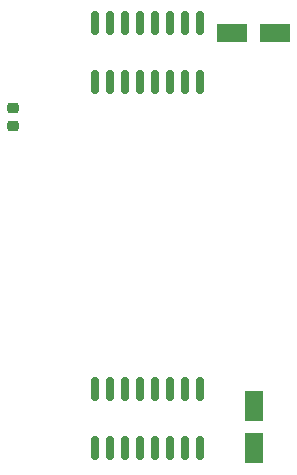
<source format=gbr>
%TF.GenerationSoftware,KiCad,Pcbnew,9.0.0*%
%TF.CreationDate,2025-07-07T00:26:12+07:00*%
%TF.ProjectId,MiniDrone_aDat,4d696e69-4472-46f6-9e65-5f614461742e,rev?*%
%TF.SameCoordinates,Original*%
%TF.FileFunction,Paste,Bot*%
%TF.FilePolarity,Positive*%
%FSLAX45Y45*%
G04 Gerber Fmt 4.5, Leading zero omitted, Abs format (unit mm)*
G04 Created by KiCad (PCBNEW 9.0.0) date 2025-07-07 00:26:12*
%MOMM*%
%LPD*%
G01*
G04 APERTURE LIST*
G04 Aperture macros list*
%AMRoundRect*
0 Rectangle with rounded corners*
0 $1 Rounding radius*
0 $2 $3 $4 $5 $6 $7 $8 $9 X,Y pos of 4 corners*
0 Add a 4 corners polygon primitive as box body*
4,1,4,$2,$3,$4,$5,$6,$7,$8,$9,$2,$3,0*
0 Add four circle primitives for the rounded corners*
1,1,$1+$1,$2,$3*
1,1,$1+$1,$4,$5*
1,1,$1+$1,$6,$7*
1,1,$1+$1,$8,$9*
0 Add four rect primitives between the rounded corners*
20,1,$1+$1,$2,$3,$4,$5,0*
20,1,$1+$1,$4,$5,$6,$7,0*
20,1,$1+$1,$6,$7,$8,$9,0*
20,1,$1+$1,$8,$9,$2,$3,0*%
G04 Aperture macros list end*
%ADD10RoundRect,0.225000X0.250000X-0.225000X0.250000X0.225000X-0.250000X0.225000X-0.250000X-0.225000X0*%
%ADD11RoundRect,0.150000X-0.150000X0.850000X-0.150000X-0.850000X0.150000X-0.850000X0.150000X0.850000X0*%
%ADD12RoundRect,0.250000X-0.550000X1.050000X-0.550000X-1.050000X0.550000X-1.050000X0.550000X1.050000X0*%
%ADD13RoundRect,0.150000X0.150000X-0.850000X0.150000X0.850000X-0.150000X0.850000X-0.150000X-0.850000X0*%
%ADD14RoundRect,0.250000X1.050000X0.550000X-1.050000X0.550000X-1.050000X-0.550000X1.050000X-0.550000X0*%
G04 APERTURE END LIST*
D10*
%TO.C,C3*%
X9089750Y-8933000D03*
X9089750Y-8778000D03*
%TD*%
D11*
%TO.C,U3*%
X9785250Y-11162500D03*
X9912250Y-11162500D03*
X10039250Y-11162500D03*
X10166250Y-11162500D03*
X10293250Y-11162500D03*
X10420250Y-11162500D03*
X10547250Y-11162500D03*
X10674250Y-11162500D03*
X10674250Y-11662500D03*
X10547250Y-11662500D03*
X10420250Y-11662500D03*
X10293250Y-11662500D03*
X10166250Y-11662500D03*
X10039250Y-11662500D03*
X9912250Y-11662500D03*
X9785250Y-11662500D03*
%TD*%
D12*
%TO.C,C15*%
X11129750Y-11302500D03*
X11129750Y-11662500D03*
%TD*%
D13*
%TO.C,U5*%
X10674250Y-8562500D03*
X10547250Y-8562500D03*
X10420250Y-8562500D03*
X10293250Y-8562500D03*
X10166250Y-8562500D03*
X10039250Y-8562500D03*
X9912250Y-8562500D03*
X9785250Y-8562500D03*
X9785250Y-8062500D03*
X9912250Y-8062500D03*
X10039250Y-8062500D03*
X10166250Y-8062500D03*
X10293250Y-8062500D03*
X10420250Y-8062500D03*
X10547250Y-8062500D03*
X10674250Y-8062500D03*
%TD*%
D14*
%TO.C,C13*%
X11306750Y-8143500D03*
X10946750Y-8143500D03*
%TD*%
M02*

</source>
